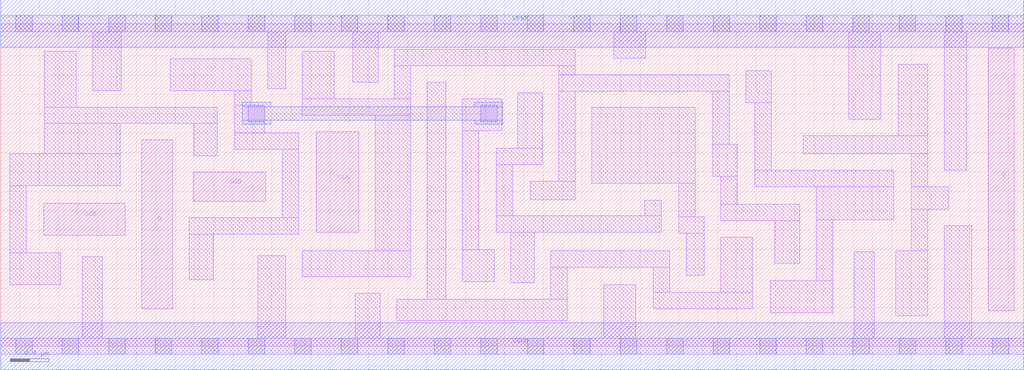
<source format=lef>
# Copyright 2020 The SkyWater PDK Authors
#
# Licensed under the Apache License, Version 2.0 (the "License");
# you may not use this file except in compliance with the License.
# You may obtain a copy of the License at
#
#     https://www.apache.org/licenses/LICENSE-2.0
#
# Unless required by applicable law or agreed to in writing, software
# distributed under the License is distributed on an "AS IS" BASIS,
# WITHOUT WARRANTIES OR CONDITIONS OF ANY KIND, either express or implied.
# See the License for the specific language governing permissions and
# limitations under the License.
#
# SPDX-License-Identifier: Apache-2.0

VERSION 5.7 ;
  NAMESCASESENSITIVE ON ;
  NOWIREEXTENSIONATPIN ON ;
  DIVIDERCHAR "/" ;
  BUSBITCHARS "[]" ;
UNITS
  DATABASE MICRONS 200 ;
END UNITS
MACRO sky130_fd_sc_lp__sdfxtp_1
  CLASS CORE ;
  FOREIGN sky130_fd_sc_lp__sdfxtp_1 ;
  ORIGIN  0.000000  0.000000 ;
  SIZE  10.56000 BY  3.330000 ;
  SYMMETRY X Y R90 ;
  SITE unit ;
  PIN D
    ANTENNAGATEAREA  0.159000 ;
    DIRECTION INPUT ;
    USE SIGNAL ;
    PORT
      LAYER li1 ;
        RECT 1.455000 0.385000 1.775000 2.130000 ;
    END
  END D
  PIN Q
    ANTENNADIFFAREA  0.556500 ;
    DIRECTION OUTPUT ;
    USE SIGNAL ;
    PORT
      LAYER li1 ;
        RECT 10.195000 0.365000 10.465000 3.075000 ;
    END
  END Q
  PIN SCD
    ANTENNAGATEAREA  0.159000 ;
    DIRECTION INPUT ;
    USE SIGNAL ;
    PORT
      LAYER li1 ;
        RECT 1.985000 1.495000 2.735000 1.795000 ;
    END
  END SCD
  PIN SCE
    ANTENNAGATEAREA  0.318000 ;
    DIRECTION INPUT ;
    USE SIGNAL ;
    PORT
      LAYER li1 ;
        RECT 0.445000 1.145000 1.285000 1.475000 ;
    END
  END SCE
  PIN CLK
    ANTENNAGATEAREA  0.159000 ;
    DIRECTION INPUT ;
    USE CLOCK ;
    PORT
      LAYER li1 ;
        RECT 3.255000 1.175000 3.695000 2.215000 ;
    END
  END CLK
  PIN VGND
    DIRECTION INOUT ;
    USE GROUND ;
    PORT
      LAYER met1 ;
        RECT 0.000000 -0.245000 10.560000 0.245000 ;
    END
  END VGND
  PIN VPWR
    DIRECTION INOUT ;
    USE POWER ;
    PORT
      LAYER met1 ;
        RECT 0.000000 3.085000 10.560000 3.575000 ;
    END
  END VPWR
  OBS
    LAYER li1 ;
      RECT 0.000000 -0.085000 10.560000 0.085000 ;
      RECT 0.000000  3.245000 10.560000 3.415000 ;
      RECT 0.095000  0.635000  0.620000 0.965000 ;
      RECT 0.095000  0.965000  0.265000 1.655000 ;
      RECT 0.095000  1.655000  1.235000 1.985000 ;
      RECT 0.450000  1.985000  1.235000 2.300000 ;
      RECT 0.450000  2.300000  2.235000 2.470000 ;
      RECT 0.450000  2.470000  0.780000 3.045000 ;
      RECT 0.840000  0.085000  1.050000 0.925000 ;
      RECT 0.950000  2.640000  1.245000 3.245000 ;
      RECT 1.750000  2.640000  2.585000 2.970000 ;
      RECT 1.945000  0.685000  2.195000 1.155000 ;
      RECT 1.945000  1.155000  3.075000 1.325000 ;
      RECT 1.995000  1.965000  2.235000 2.300000 ;
      RECT 2.415000  2.035000  3.075000 2.205000 ;
      RECT 2.415000  2.205000  2.725000 2.490000 ;
      RECT 2.415000  2.490000  2.585000 2.640000 ;
      RECT 2.655000  0.085000  2.945000 0.935000 ;
      RECT 2.755000  2.660000  2.945000 3.245000 ;
      RECT 2.905000  1.325000  3.075000 2.035000 ;
      RECT 3.115000  0.715000  4.235000 0.985000 ;
      RECT 3.115000  2.385000  4.235000 2.555000 ;
      RECT 3.115000  2.555000  3.445000 3.045000 ;
      RECT 3.635000  2.725000  3.895000 3.245000 ;
      RECT 3.660000  0.085000  3.920000 0.545000 ;
      RECT 3.865000  0.985000  4.235000 2.385000 ;
      RECT 4.065000  2.555000  4.235000 2.895000 ;
      RECT 4.065000  2.895000  5.930000 3.065000 ;
      RECT 4.090000  0.265000  5.850000 0.485000 ;
      RECT 4.405000  0.485000  4.595000 2.725000 ;
      RECT 4.765000  0.665000  5.095000 0.995000 ;
      RECT 4.765000  0.995000  4.935000 2.225000 ;
      RECT 4.765000  2.225000  5.170000 2.555000 ;
      RECT 5.115000  1.175000  6.820000 1.345000 ;
      RECT 5.115000  1.345000  5.285000 1.875000 ;
      RECT 5.115000  1.875000  5.590000 2.045000 ;
      RECT 5.265000  0.655000  5.510000 1.175000 ;
      RECT 5.340000  2.045000  5.590000 2.615000 ;
      RECT 5.465000  1.515000  5.930000 1.705000 ;
      RECT 5.680000  0.485000  5.850000 0.815000 ;
      RECT 5.680000  0.815000  6.905000 0.985000 ;
      RECT 5.760000  1.705000  5.930000 2.635000 ;
      RECT 5.760000  2.635000  7.520000 2.805000 ;
      RECT 5.760000  2.805000  5.930000 2.895000 ;
      RECT 6.100000  1.685000  7.170000 2.465000 ;
      RECT 6.225000  0.085000  6.555000 0.635000 ;
      RECT 6.330000  2.975000  6.660000 3.245000 ;
      RECT 6.650000  1.345000  6.820000 1.505000 ;
      RECT 6.735000  0.385000  7.765000 0.555000 ;
      RECT 6.735000  0.555000  6.905000 0.815000 ;
      RECT 7.000000  1.165000  7.265000 1.335000 ;
      RECT 7.000000  1.335000  7.170000 1.685000 ;
      RECT 7.075000  0.735000  7.265000 1.165000 ;
      RECT 7.350000  1.755000  7.605000 2.085000 ;
      RECT 7.350000  2.085000  7.520000 2.635000 ;
      RECT 7.435000  0.555000  7.765000 1.125000 ;
      RECT 7.435000  1.295000  8.250000 1.465000 ;
      RECT 7.435000  1.465000  7.605000 1.755000 ;
      RECT 7.690000  2.515000  7.955000 2.845000 ;
      RECT 7.785000  1.645000  9.220000 1.815000 ;
      RECT 7.785000  1.815000  7.955000 2.515000 ;
      RECT 7.945000  0.345000  8.590000 0.675000 ;
      RECT 7.990000  0.855000  8.250000 1.295000 ;
      RECT 8.285000  1.985000  9.570000 2.175000 ;
      RECT 8.420000  0.675000  8.590000 1.305000 ;
      RECT 8.420000  1.305000  9.220000 1.645000 ;
      RECT 8.755000  2.345000  9.085000 3.245000 ;
      RECT 8.810000  0.085000  9.020000 0.975000 ;
      RECT 9.240000  0.315000  9.570000 0.985000 ;
      RECT 9.265000  2.175000  9.570000 2.910000 ;
      RECT 9.400000  0.985000  9.570000 1.415000 ;
      RECT 9.400000  1.415000  9.780000 1.645000 ;
      RECT 9.400000  1.645000  9.570000 1.985000 ;
      RECT 9.740000  0.085000 10.025000 1.245000 ;
      RECT 9.740000  1.815000  9.975000 3.245000 ;
    LAYER mcon ;
      RECT  0.155000 -0.085000  0.325000 0.085000 ;
      RECT  0.155000  3.245000  0.325000 3.415000 ;
      RECT  0.635000 -0.085000  0.805000 0.085000 ;
      RECT  0.635000  3.245000  0.805000 3.415000 ;
      RECT  1.115000 -0.085000  1.285000 0.085000 ;
      RECT  1.115000  3.245000  1.285000 3.415000 ;
      RECT  1.595000 -0.085000  1.765000 0.085000 ;
      RECT  1.595000  3.245000  1.765000 3.415000 ;
      RECT  2.075000 -0.085000  2.245000 0.085000 ;
      RECT  2.075000  3.245000  2.245000 3.415000 ;
      RECT  2.555000 -0.085000  2.725000 0.085000 ;
      RECT  2.555000  2.320000  2.725000 2.490000 ;
      RECT  2.555000  3.245000  2.725000 3.415000 ;
      RECT  3.035000 -0.085000  3.205000 0.085000 ;
      RECT  3.035000  3.245000  3.205000 3.415000 ;
      RECT  3.515000 -0.085000  3.685000 0.085000 ;
      RECT  3.515000  3.245000  3.685000 3.415000 ;
      RECT  3.995000 -0.085000  4.165000 0.085000 ;
      RECT  3.995000  3.245000  4.165000 3.415000 ;
      RECT  4.475000 -0.085000  4.645000 0.085000 ;
      RECT  4.475000  3.245000  4.645000 3.415000 ;
      RECT  4.955000 -0.085000  5.125000 0.085000 ;
      RECT  4.955000  2.320000  5.125000 2.490000 ;
      RECT  4.955000  3.245000  5.125000 3.415000 ;
      RECT  5.435000 -0.085000  5.605000 0.085000 ;
      RECT  5.435000  3.245000  5.605000 3.415000 ;
      RECT  5.915000 -0.085000  6.085000 0.085000 ;
      RECT  5.915000  3.245000  6.085000 3.415000 ;
      RECT  6.395000 -0.085000  6.565000 0.085000 ;
      RECT  6.395000  3.245000  6.565000 3.415000 ;
      RECT  6.875000 -0.085000  7.045000 0.085000 ;
      RECT  6.875000  3.245000  7.045000 3.415000 ;
      RECT  7.355000 -0.085000  7.525000 0.085000 ;
      RECT  7.355000  3.245000  7.525000 3.415000 ;
      RECT  7.835000 -0.085000  8.005000 0.085000 ;
      RECT  7.835000  3.245000  8.005000 3.415000 ;
      RECT  8.315000 -0.085000  8.485000 0.085000 ;
      RECT  8.315000  3.245000  8.485000 3.415000 ;
      RECT  8.795000 -0.085000  8.965000 0.085000 ;
      RECT  8.795000  3.245000  8.965000 3.415000 ;
      RECT  9.275000 -0.085000  9.445000 0.085000 ;
      RECT  9.275000  3.245000  9.445000 3.415000 ;
      RECT  9.755000 -0.085000  9.925000 0.085000 ;
      RECT  9.755000  3.245000  9.925000 3.415000 ;
      RECT 10.235000 -0.085000 10.405000 0.085000 ;
      RECT 10.235000  3.245000 10.405000 3.415000 ;
    LAYER met1 ;
      RECT 2.495000 2.290000 2.785000 2.335000 ;
      RECT 2.495000 2.335000 5.185000 2.475000 ;
      RECT 2.495000 2.475000 2.785000 2.520000 ;
      RECT 4.895000 2.290000 5.185000 2.335000 ;
      RECT 4.895000 2.475000 5.185000 2.520000 ;
  END
END sky130_fd_sc_lp__sdfxtp_1
END LIBRARY

</source>
